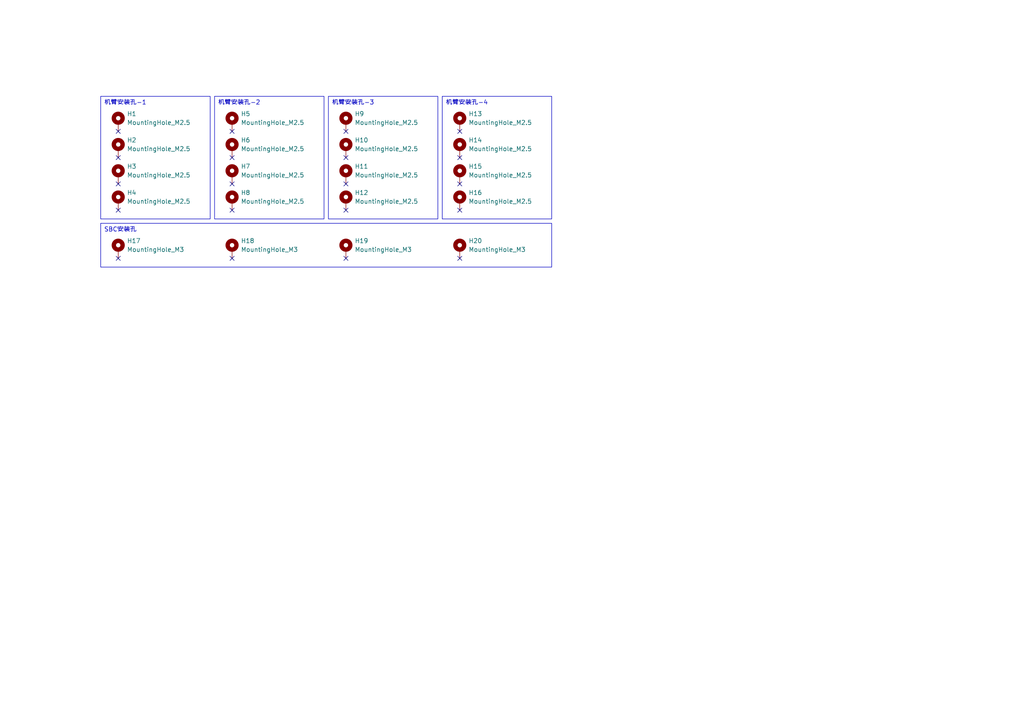
<source format=kicad_sch>
(kicad_sch (version 20231120) (generator "eeschema") (generator_version "8.0")
  (paper "A4")
  (lib_symbols
    (symbol "Mechanical:MountingHole_Pad" (pin_numbers hide) (pin_names (offset 1.016) hide) (exclude_from_sim yes) (in_bom no)
      (property "Reference" "H" (at 0 6.35 0))
      (property "Value" "MountingHole_Pad" (at 0 4.445 0))
      (symbol "MountingHole_Pad_0_1"
        (circle (center 0 1.27) (radius 1.27) (stroke (width 1.27)))
      )
      (symbol "MountingHole_Pad_1_1"
        (pin input line (at 0 -2.54 90) (length 2.54) (name "1") (number "1"))
      )
    )
  )
  (no_connect (at 100.33 74.93))
  (no_connect (at 133.35 60.96))
  (no_connect (at 133.35 53.34))
  (no_connect (at 67.31 45.72))
  (no_connect (at 100.33 53.34))
  (no_connect (at 133.35 38.1))
  (no_connect (at 67.31 74.93))
  (no_connect (at 34.29 38.1))
  (no_connect (at 100.33 60.96))
  (no_connect (at 67.31 53.34))
  (no_connect (at 133.35 45.72))
  (no_connect (at 67.31 38.1))
  (no_connect (at 100.33 38.1))
  (no_connect (at 34.29 74.93))
  (no_connect (at 67.31 60.96))
  (no_connect (at 34.29 45.72))
  (no_connect (at 34.29 53.34))
  (no_connect (at 34.29 60.96))
  (no_connect (at 100.33 45.72))
  (no_connect (at 133.35 74.93))
  (text_box "机臂安装孔-3" (at 95.25 27.94 0) (size 31.75 35.56) (effects (font (size 1.27 1.27)) (justify left top)))
  (text_box "机臂安装孔-4" (at 128.27 27.94 0) (size 31.75 35.56) (effects (font (size 1.27 1.27)) (justify left top)))
  (text_box "机臂安装孔-2" (at 62.23 27.94 0) (size 31.75 35.56) (effects (font (size 1.27 1.27)) (justify left top)))
  (text_box "机臂安装孔-1" (at 29.21 27.94 0) (size 31.75 35.56) (effects (font (size 1.27 1.27)) (justify left top)))
  (text_box "SBC安装孔" (at 29.21 64.77 0) (size 130.81 12.7) (effects (font (size 1.27 1.27)) (justify left top)))
  (symbol (lib_id "Mechanical:MountingHole_Pad") (at 100.33 43.18 0) (unit 1) (exclude_from_sim yes) (in_bom no)
    (property "Reference" "H10" (at 102.87 40.6399 0) (effects (justify left)))
    (property "Value" "MountingHole_M2.5" (at 102.87 43.1799 0) (effects (justify left)))
    (property "Description" "Mounting Hole with connection" (effects (hide yes)))
  )
  (symbol (lib_id "Mechanical:MountingHole_Pad") (at 133.35 50.8 0) (unit 1) (exclude_from_sim yes) (in_bom no)
    (property "Reference" "H15" (at 135.89 48.2599 0) (effects (justify left)))
    (property "Value" "MountingHole_M2.5" (at 135.89 50.7999 0) (effects (justify left)))
    (property "Description" "Mounting Hole with connection" (effects (hide yes)))
  )
  (symbol (lib_id "Mechanical:MountingHole_Pad") (at 133.35 58.42 0) (unit 1) (exclude_from_sim yes) (in_bom no)
    (property "Reference" "H16" (at 135.89 55.8799 0) (effects (justify left)))
    (property "Value" "MountingHole_M2.5" (at 135.89 58.4199 0) (effects (justify left)))
    (property "Description" "Mounting Hole with connection" (effects (hide yes)))
  )
  (symbol (lib_id "Mechanical:MountingHole_Pad") (at 100.33 35.56 0) (unit 1) (exclude_from_sim yes) (in_bom no)
    (property "Reference" "H9" (at 102.87 33.0199 0) (effects (justify left)))
    (property "Value" "MountingHole_M2.5" (at 102.87 35.5599 0) (effects (justify left)))
    (property "Description" "Mounting Hole with connection" (effects (hide yes)))
  )
  (symbol (lib_id "Mechanical:MountingHole_Pad") (at 34.29 35.56 0) (unit 1) (exclude_from_sim yes) (in_bom no)
    (property "Reference" "H1" (at 36.83 33.0199 0) (effects (justify left)))
    (property "Value" "MountingHole_M2.5" (at 36.83 35.5599 0) (effects (justify left)))
    (property "Description" "Mounting Hole with connection" (effects (hide yes)))
  )
  (symbol (lib_id "Mechanical:MountingHole_Pad") (at 67.31 43.18 0) (unit 1) (exclude_from_sim yes) (in_bom no)
    (property "Reference" "H6" (at 69.85 40.6399 0) (effects (justify left)))
    (property "Value" "MountingHole_M2.5" (at 69.85 43.1799 0) (effects (justify left)))
    (property "Description" "Mounting Hole with connection" (effects (hide yes)))
  )
  (symbol (lib_id "Mechanical:MountingHole_Pad") (at 34.29 43.18 0) (unit 1) (exclude_from_sim yes) (in_bom no)
    (property "Reference" "H2" (at 36.83 40.6399 0) (effects (justify left)))
    (property "Value" "MountingHole_M2.5" (at 36.83 43.1799 0) (effects (justify left)))
    (property "Description" "Mounting Hole with connection" (effects (hide yes)))
  )
  (symbol (lib_id "Mechanical:MountingHole_Pad") (at 133.35 35.56 0) (unit 1) (exclude_from_sim yes) (in_bom no)
    (property "Reference" "H13" (at 135.89 33.0199 0) (effects (justify left)))
    (property "Value" "MountingHole_M2.5" (at 135.89 35.5599 0) (effects (justify left)))
    (property "Description" "Mounting Hole with connection" (effects (hide yes)))
  )
  (symbol (lib_id "Mechanical:MountingHole_Pad") (at 133.35 43.18 0) (unit 1) (exclude_from_sim yes) (in_bom no)
    (property "Reference" "H14" (at 135.89 40.6399 0) (effects (justify left)))
    (property "Value" "MountingHole_M2.5" (at 135.89 43.1799 0) (effects (justify left)))
    (property "Description" "Mounting Hole with connection" (effects (hide yes)))
  )
  (symbol (lib_id "Mechanical:MountingHole_Pad") (at 34.29 72.39 0) (unit 1) (exclude_from_sim yes) (in_bom no)
    (property "Reference" "H17" (at 36.83 69.8499 0) (effects (justify left)))
    (property "Value" "MountingHole_M3" (at 36.83 72.3899 0) (effects (justify left)))
    (property "Description" "Mounting Hole with connection" (effects (hide yes)))
  )
  (symbol (lib_id "Mechanical:MountingHole_Pad") (at 100.33 50.8 0) (unit 1) (exclude_from_sim yes) (in_bom no)
    (property "Reference" "H11" (at 102.87 48.2599 0) (effects (justify left)))
    (property "Value" "MountingHole_M2.5" (at 102.87 50.7999 0) (effects (justify left)))
    (property "Description" "Mounting Hole with connection" (effects (hide yes)))
  )
  (symbol (lib_id "Mechanical:MountingHole_Pad") (at 67.31 50.8 0) (unit 1) (exclude_from_sim yes) (in_bom no)
    (property "Reference" "H7" (at 69.85 48.2599 0) (effects (justify left)))
    (property "Value" "MountingHole_M2.5" (at 69.85 50.7999 0) (effects (justify left)))
    (property "Description" "Mounting Hole with connection" (effects (hide yes)))
  )
  (symbol (lib_id "Mechanical:MountingHole_Pad") (at 133.35 72.39 0) (unit 1) (exclude_from_sim yes) (in_bom no)
    (property "Reference" "H20" (at 135.89 69.8499 0) (effects (justify left)))
    (property "Value" "MountingHole_M3" (at 135.89 72.3899 0) (effects (justify left)))
    (property "Description" "Mounting Hole with connection" (effects (hide yes)))
  )
  (symbol (lib_id "Mechanical:MountingHole_Pad") (at 34.29 50.8 0) (unit 1) (exclude_from_sim yes) (in_bom no)
    (property "Reference" "H3" (at 36.83 48.2599 0) (effects (justify left)))
    (property "Value" "MountingHole_M2.5" (at 36.83 50.7999 0) (effects (justify left)))
    (property "Description" "Mounting Hole with connection" (effects (hide yes)))
  )
  (symbol (lib_id "Mechanical:MountingHole_Pad") (at 67.31 72.39 0) (unit 1) (exclude_from_sim yes) (in_bom no)
    (property "Reference" "H18" (at 69.85 69.8499 0) (effects (justify left)))
    (property "Value" "MountingHole_M3" (at 69.85 72.3899 0) (effects (justify left)))
    (property "Description" "Mounting Hole with connection" (effects (hide yes)))
  )
  (symbol (lib_id "Mechanical:MountingHole_Pad") (at 34.29 58.42 0) (unit 1) (exclude_from_sim yes) (in_bom no)
    (property "Reference" "H4" (at 36.83 55.8799 0) (effects (justify left)))
    (property "Value" "MountingHole_M2.5" (at 36.83 58.4199 0) (effects (justify left)))
    (property "Description" "Mounting Hole with connection" (effects (hide yes)))
  )
  (symbol (lib_id "Mechanical:MountingHole_Pad") (at 67.31 35.56 0) (unit 1) (exclude_from_sim yes) (in_bom no)
    (property "Reference" "H5" (at 69.85 33.0199 0) (effects (justify left)))
    (property "Value" "MountingHole_M2.5" (at 69.85 35.5599 0) (effects (justify left)))
    (property "Description" "Mounting Hole with connection" (effects (hide yes)))
  )
  (symbol (lib_id "Mechanical:MountingHole_Pad") (at 100.33 72.39 0) (unit 1) (exclude_from_sim yes) (in_bom no)
    (property "Reference" "H19" (at 102.87 69.8499 0) (effects (justify left)))
    (property "Value" "MountingHole_M3" (at 102.87 72.3899 0) (effects (justify left)))
    (property "Description" "Mounting Hole with connection" (effects (hide yes)))
  )
  (symbol (lib_id "Mechanical:MountingHole_Pad") (at 67.31 58.42 0) (unit 1) (exclude_from_sim yes) (in_bom no)
    (property "Reference" "H8" (at 69.85 55.8799 0) (effects (justify left)))
    (property "Value" "MountingHole_M2.5" (at 69.85 58.4199 0) (effects (justify left)))
    (property "Description" "Mounting Hole with connection" (effects (hide yes)))
  )
  (symbol (lib_id "Mechanical:MountingHole_Pad") (at 100.33 58.42 0) (unit 1) (exclude_from_sim yes) (in_bom no)
    (property "Reference" "H12" (at 102.87 55.8799 0) (effects (justify left)))
    (property "Value" "MountingHole_M2.5" (at 102.87 58.4199 0) (effects (justify left)))
    (property "Description" "Mounting Hole with connection" (effects (hide yes)))
  )
)
</source>
